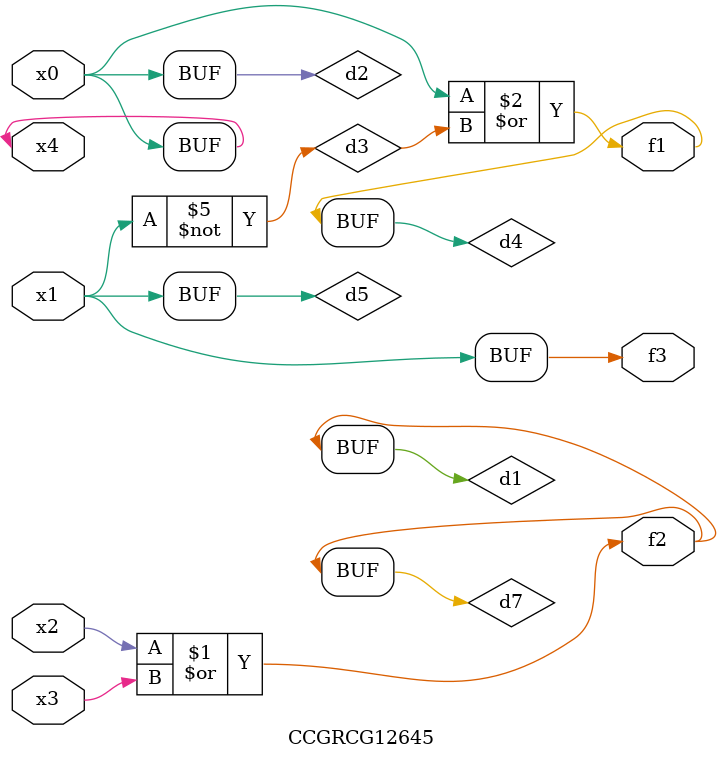
<source format=v>
module CCGRCG12645(
	input x0, x1, x2, x3, x4,
	output f1, f2, f3
);

	wire d1, d2, d3, d4, d5, d6, d7;

	or (d1, x2, x3);
	buf (d2, x0, x4);
	not (d3, x1);
	or (d4, d2, d3);
	not (d5, d3);
	nand (d6, d1, d3);
	or (d7, d1);
	assign f1 = d4;
	assign f2 = d7;
	assign f3 = d5;
endmodule

</source>
